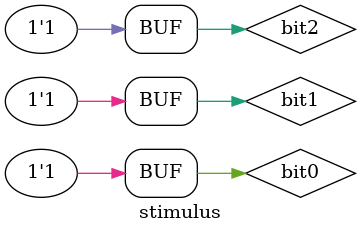
<source format=v>
module stimulus;
    reg bit0;
    reg bit1;
    reg bit2;
    wire result;

    comparator5 uut(.bit0(bit0), .bit1(bit1), .bit2(bit2), .result(result));

    initial begin
        bit0 = 0;
        bit1 = 0;
        bit2 = 0;
        
        #20 bit0=1; //1
        #20 bit1=1; //2
            bit0=0;
        #20 bit0=1; //3
        #20 bit2=1; //4
            bit1=0;
            bit0=0;
        #20 bit0=1; //5
        #20 bit1=1; //6
            bit0=0;
        #20 bit0=1; //7
        #40;
    end

    initial begin
        $monitor("%d%d%d -> %d", bit2, bit1, bit0, result);
    end

endmodule
</source>
